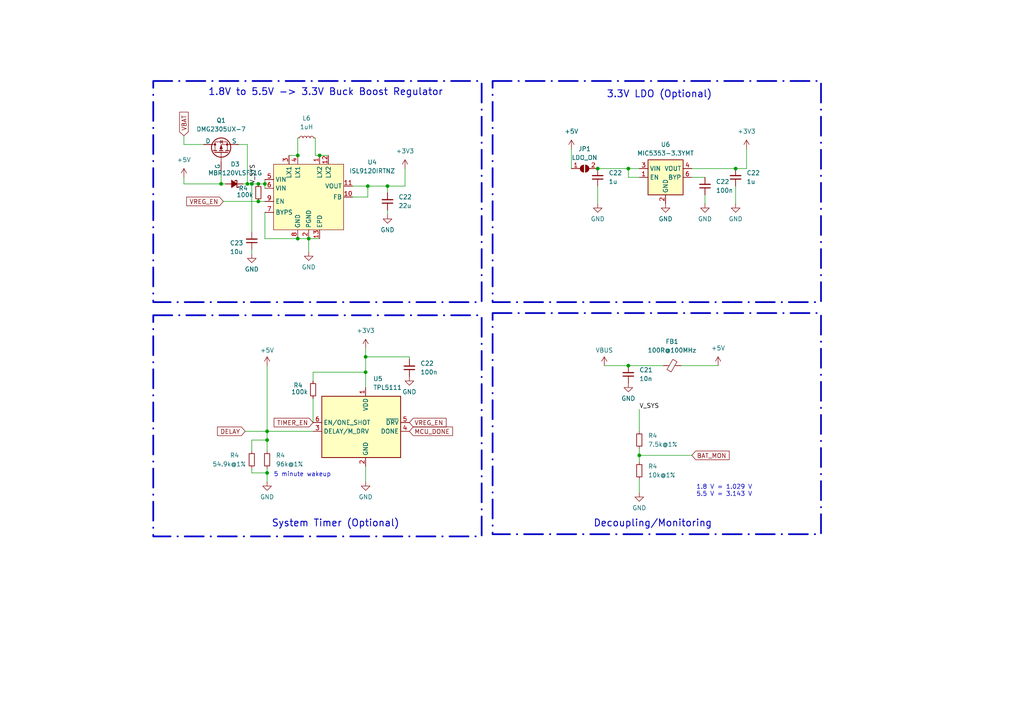
<source format=kicad_sch>
(kicad_sch (version 20230121) (generator eeschema)
  (paper "A4")
  (title_block (title "CC2652 Zigbee Coordinator/Breakout") (date "2023-12-29") (rev "v1") (company "Electrodonkey 2023") (comment 1 "MIT Licence"))
  (lib_symbols
    (symbol "Device:C_Small" (pin_numbers hide) (pin_names (offset 0.254) hide)
      (property "Reference" "C" (at 0.254 1.778 0))
      (property "Value" "C_Small" (at 0.254 -2.032 0))
      (symbol "C_Small_0_1"
        (polyline (pts (xy -1.524 -0.508) (xy 1.524 -0.508)) (stroke (width 0.3302)))
        (polyline (pts (xy -1.524 0.508) (xy 1.524 0.508)) (stroke (width 0.3048)))
      )
      (symbol "C_Small_1_1"
        (pin passive line (at 0 2.54 270) (length 2.032) (name "~") (number "1"))
        (pin passive line (at 0 -2.54 90) (length 2.032) (name "~") (number "2"))
      )
    )
    (symbol "Device:D_Schottky_Small_Filled" (pin_numbers hide) (pin_names (offset 0.254) hide)
      (property "Reference" "D" (at -1.27 2.032 0))
      (property "Value" "D_Schottky_Small_Filled" (at -7.112 -2.032 0))
      (symbol "D_Schottky_Small_Filled_0_1"
        (polyline (pts (xy -0.762 0) (xy 0.762 0)))
        (polyline (pts (xy 0.762 -1.016) (xy -0.762 0) (xy 0.762 1.016) (xy 0.762 -1.016)) (stroke (width 0.254)) (fill (type outline)))
        (polyline (pts (xy -1.27 0.762) (xy -1.27 1.016) (xy -0.762 1.016) (xy -0.762 -1.016) (xy -0.254 -1.016) (xy -0.254 -0.762)) (stroke (width 0.254)))
      )
      (symbol "D_Schottky_Small_Filled_1_1"
        (pin passive line (at -2.54 0 0) (length 1.778) (name "K") (number "1"))
        (pin passive line (at 2.54 0 180) (length 1.778) (name "A") (number "2"))
      )
    )
    (symbol "Device:FerriteBead_Small" (pin_numbers hide) (pin_names (offset 0))
      (property "Reference" "FB" (at 1.905 1.27 0))
      (property "Value" "FerriteBead_Small" (at 1.905 -1.27 0))
      (symbol "FerriteBead_Small_0_1"
        (polyline (pts (xy 0 -1.27) (xy 0 -0.7874)))
        (polyline (pts (xy 0 0.889) (xy 0 1.2954)))
        (polyline (pts (xy -1.8288 0.2794) (xy -1.1176 1.4986) (xy 1.8288 -0.2032) (xy 1.1176 -1.4224) (xy -1.8288 0.2794)))
      )
      (symbol "FerriteBead_Small_1_1"
        (pin passive line (at 0 2.54 270) (length 1.27) (name "~") (number "1"))
        (pin passive line (at 0 -2.54 90) (length 1.27) (name "~") (number "2"))
      )
    )
    (symbol "Device:L_Small" (pin_numbers hide) (pin_names (offset 0.254) hide)
      (property "Reference" "L" (at 0.762 1.016 0))
      (property "Value" "L_Small" (at 0.762 -1.016 0))
      (symbol "L_Small_0_1"
        (arc (start 0 -2.032) (mid 0.5058 -1.524) (end 0 -1.016))
        (arc (start 0 -1.016) (mid 0.5058 -0.508) (end 0 0))
        (arc (start 0 0) (mid 0.5058 0.508) (end 0 1.016))
        (arc (start 0 1.016) (mid 0.5058 1.524) (end 0 2.032))
      )
      (symbol "L_Small_1_1"
        (pin passive line (at 0 2.54 270) (length 0.508) (name "~") (number "1"))
        (pin passive line (at 0 -2.54 90) (length 0.508) (name "~") (number "2"))
      )
    )
    (symbol "Device:R_Small" (pin_numbers hide) (pin_names (offset 0.254) hide)
      (property "Reference" "R" (at 0.762 0.508 0))
      (property "Value" "R_Small" (at 0.762 -1.016 0))
      (symbol "R_Small_0_1"
        (rectangle (start -0.762 1.778) (end 0.762 -1.778) (stroke (width 0.2032)))
      )
      (symbol "R_Small_1_1"
        (pin passive line (at 0 2.54 270) (length 0.762) (name "~") (number "1"))
        (pin passive line (at 0 -2.54 90) (length 0.762) (name "~") (number "2"))
      )
    )
    (symbol "Jumper:SolderJumper_2_Open" (pin_names (offset 0) hide)
      (property "Reference" "JP" (at 0 2.032 0))
      (property "Value" "SolderJumper_2_Open" (at 0 -2.54 0))
      (symbol "SolderJumper_2_Open_0_1"
        (arc (start -0.254 1.016) (mid -1.2656 0) (end -0.254 -1.016))
        (arc (start -0.254 1.016) (mid -1.2656 0) (end -0.254 -1.016) (fill (type outline)))
        (polyline (pts (xy -0.254 1.016) (xy -0.254 -1.016)))
        (polyline (pts (xy 0.254 1.016) (xy 0.254 -1.016)))
        (arc (start 0.254 -1.016) (mid 1.2656 0) (end 0.254 1.016))
        (arc (start 0.254 -1.016) (mid 1.2656 0) (end 0.254 1.016) (fill (type outline)))
      )
      (symbol "SolderJumper_2_Open_1_1"
        (pin passive line (at -3.81 0 0) (length 2.54) (name "A") (number "1"))
        (pin passive line (at 3.81 0 180) (length 2.54) (name "B") (number "2"))
      )
    )
    (symbol "Regulator_Linear:MIC5353-3.3YMT"
      (property "Reference" "U" (at -3.81 6.35 0))
      (property "Value" "MIC5353-3.3YMT" (at 8.89 6.35 0))
      (symbol "MIC5353-3.3YMT_0_1"
        (rectangle (start -5.08 -5.08) (end 5.08 5.08) (stroke (width 0.254)) (fill (type background)))
        (pin input line (at -7.62 0 0) (length 2.54) (name "EN") (number "1"))
        (pin power_in line (at 0 -7.62 90) (length 2.54) (name "GND") (number "2"))
        (pin power_in line (at -7.62 2.54 0) (length 2.54) (name "VIN") (number "3"))
        (pin power_out line (at 7.62 2.54 180) (length 2.54) (name "VOUT") (number "4"))
        (pin no_connect line (at 5.08 -2.54 180) (length 2.54) hide (name "NC") (number "5"))
        (pin passive line (at 7.62 0 180) (length 2.54) (name "BYP") (number "6"))
        (pin passive line (at 0 -7.62 90) (length 2.54) hide (name "GND") (number "7"))
      )
    )
    (symbol "Simulation_SPICE:PMOS" (pin_numbers hide) (pin_names (offset 0))
      (property "Reference" "Q" (at 5.08 1.27 0))
      (property "Value" "PMOS" (at 5.08 -1.27 0))
      (symbol "PMOS_0_1"
        (polyline (pts (xy 0.254 0) (xy -2.54 0)))
        (polyline (pts (xy 0.254 1.905) (xy 0.254 -1.905)) (stroke (width 0.254)))
        (polyline (pts (xy 0.762 -1.27) (xy 0.762 -2.286)) (stroke (width 0.254)))
        (polyline (pts (xy 0.762 0.508) (xy 0.762 -0.508)) (stroke (width 0.254)))
        (polyline (pts (xy 0.762 2.286) (xy 0.762 1.27)) (stroke (width 0.254)))
        (polyline (pts (xy 2.54 2.54) (xy 2.54 1.778)))
        (polyline (pts (xy 2.54 -2.54) (xy 2.54 0) (xy 0.762 0)))
        (polyline (pts (xy 0.762 1.778) (xy 3.302 1.778) (xy 3.302 -1.778) (xy 0.762 -1.778)))
        (polyline (pts (xy 2.286 0) (xy 1.27 0.381) (xy 1.27 -0.381) (xy 2.286 0)) (fill (type outline)))
        (polyline (pts (xy 2.794 -0.508) (xy 2.921 -0.381) (xy 3.683 -0.381) (xy 3.81 -0.254)))
        (polyline (pts (xy 3.302 -0.381) (xy 2.921 0.254) (xy 3.683 0.254) (xy 3.302 -0.381)))
        (circle (center 1.651 0) (radius 2.794) (stroke (width 0.254)))
        (circle (center 2.54 -1.778) (radius 0.254) (fill (type outline)))
        (circle (center 2.54 1.778) (radius 0.254) (fill (type outline)))
      )
      (symbol "PMOS_1_1"
        (pin passive line (at 2.54 5.08 270) (length 2.54) (name "D") (number "1"))
        (pin input line (at -5.08 0 0) (length 2.54) (name "G") (number "2"))
        (pin passive line (at 2.54 -5.08 90) (length 2.54) (name "S") (number "3"))
      )
    )
    (symbol "Timer:TPL5111"
      (property "Reference" "U" (at -11.43 11.43 0))
      (property "Value" "TPL5111" (at 6.35 11.43 0))
      (symbol "TPL5111_0_1"
        (rectangle (start -12.7 10.16) (end 10.16 -7.62) (stroke (width 0.254)) (fill (type background)))
      )
      (symbol "TPL5111_1_1"
        (pin power_in line (at 0 12.7 270) (length 2.54) (name "VDD") (number "1"))
        (pin power_in line (at 0 -10.16 90) (length 2.54) (name "GND") (number "2"))
        (pin input line (at -15.24 0 0) (length 2.54) (name "DELAY/M_DRV") (number "3"))
        (pin input line (at 12.7 0 180) (length 2.54) (name "DONE") (number "4"))
        (pin output line (at 12.7 2.54 180) (length 2.54) (name "~{DRV}") (number "5"))
        (pin input line (at -15.24 2.54 0) (length 2.54) (name "EN/ONE_SHOT") (number "6"))
      )
    )
    (symbol "power:+3V3" (power) (pin_names (offset 0))
      (property "Value" "+3V3" (at 0 3.556 0))
      (symbol "+3V3_0_1"
        (polyline (pts (xy -0.762 1.27) (xy 0 2.54)))
        (polyline (pts (xy 0 0) (xy 0 2.54)))
        (polyline (pts (xy 0 2.54) (xy 0.762 1.27)))
      )
      (symbol "+3V3_1_1"
        (pin power_in line (at 0 0 90) (length 0) hide (name "+3V3") (number "1"))
      )
    )
    (symbol "power:+5V" (power) (pin_names (offset 0))
      (property "Value" "+5V" (at 0 3.556 0))
      (symbol "+5V_0_1"
        (polyline (pts (xy -0.762 1.27) (xy 0 2.54)))
        (polyline (pts (xy 0 0) (xy 0 2.54)))
        (polyline (pts (xy 0 2.54) (xy 0.762 1.27)))
      )
      (symbol "+5V_1_1"
        (pin power_in line (at 0 0 90) (length 0) hide (name "+5V") (number "1"))
      )
    )
    (symbol "power:GND" (power) (pin_names (offset 0))
      (property "Value" "GND" (at 0 -3.81 0))
      (symbol "GND_0_1"
        (polyline (pts (xy 0 0) (xy 0 -1.27) (xy 1.27 -1.27) (xy 0 -2.54) (xy -1.27 -1.27) (xy 0 -1.27)))
      )
      (symbol "GND_1_1"
        (pin power_in line (at 0 0 270) (length 0) hide (name "GND") (number "1"))
      )
    )
    (symbol "power:VBUS" (power) (pin_names (offset 0))
      (property "Value" "VBUS" (at 0 3.81 0))
      (symbol "VBUS_0_1"
        (polyline (pts (xy -0.762 1.27) (xy 0 2.54)))
        (polyline (pts (xy 0 0) (xy 0 2.54)))
        (polyline (pts (xy 0 2.54) (xy 0.762 1.27)))
      )
      (symbol "VBUS_1_1"
        (pin power_in line (at 0 0 90) (length 0) hide (name "VBUS") (number "1"))
      )
    )
    (symbol "zigbee_coordinator:isl9120irtnz"
      (property "Reference" "U" (at 6.35 -10.795 0))
      (property "Value" "ISL9120IRTNZ" (at -15.24 11.43 0))
      (symbol "isl9120irtnz_1_0"
        (pin unspecified line (at 3.175 12.065 270) (length 2.54) (name "LX2") (number "1"))
        (pin unspecified line (at 12.7 0 180) (length 2.54) (name "FB") (number "10"))
        (pin unspecified line (at 12.7 3.175 180) (length 2.54) (name "VOUT") (number "11"))
        (pin unspecified line (at 5.715 12.065 270) (length 2.54) (name "LX2") (number "12"))
        (pin unspecified line (at 3.175 -12.065 90) (length 2.54) (name "EPD") (number "13"))
        (pin unspecified line (at 0 -12.065 90) (length 2.54) (name "PGND") (number "2"))
        (pin unspecified line (at -5.715 12.065 270) (length 2.54) (name "LX1") (number "3"))
        (pin unspecified line (at -3.175 12.065 270) (length 2.54) (name "LX1") (number "4"))
        (pin unspecified line (at -12.7 5.08 0) (length 2.54) (name "VIN") (number "5"))
        (pin unspecified line (at -12.7 2.54 0) (length 2.54) (name "VIN") (number "6"))
        (pin unspecified line (at -12.7 -4.445 0) (length 2.54) (name "BYPS") (number "7"))
        (pin unspecified line (at -3.175 -12.065 90) (length 2.54) (name "GND") (number "8"))
        (pin unspecified line (at -12.7 -1.27 0) (length 2.54) (name "EN") (number "9"))
      )
      (symbol "isl9120irtnz_1_1"
        (rectangle (start -10.16 9.525) (end 10.16 -9.525) (fill (type background)))
      )
    )
  )
  (junction (at 74.93 53.34))
  (junction (at 89.535 69.215))
  (junction (at 182.245 106.045))
  (junction (at 86.36 69.215))
  (junction (at 185.42 132.08))
  (junction (at 73.025 53.34))
  (junction (at 64.135 53.34))
  (junction (at 76.835 53.34))
  (junction (at 86.36 45.085))
  (junction (at 112.395 53.975))
  (junction (at 77.47 125.095))
  (junction (at 106.045 107.95))
  (junction (at 71.755 53.34))
  (junction (at 74.93 58.42))
  (junction (at 173.355 48.895))
  (junction (at 77.47 137.16))
  (junction (at 92.71 45.085))
  (junction (at 106.045 103.505))
  (junction (at 106.68 53.975))
  (junction (at 77.47 127.635))
  (junction (at 182.245 48.895))
  (junction (at 213.36 48.895))
  (wire (pts (xy 185.42 132.08) (xy 185.42 133.985)))
  (wire (pts (xy 89.535 69.215) (xy 89.535 73.025)))
  (wire (pts (xy 197.485 106.045) (xy 208.28 106.045)))
  (wire (pts (xy 76.835 61.595) (xy 76.835 69.215)))
  (wire (pts (xy 71.755 53.34) (xy 73.025 53.34)))
  (wire (pts (xy 73.025 53.34) (xy 74.93 53.34)))
  (wire (pts (xy 77.47 106.045) (xy 77.47 125.095)))
  (wire (pts (xy 118.745 103.505) (xy 118.745 104.14)))
  (wire (pts (xy 73.025 67.31) (xy 73.025 53.34)))
  (wire (pts (xy 182.245 51.435) (xy 182.245 48.895)))
  (wire (pts (xy 182.245 48.895) (xy 185.42 48.895)))
  (wire (pts (xy 185.42 118.745) (xy 185.42 125.095)))
  (wire (pts (xy 77.47 130.81) (xy 77.47 127.635)))
  (wire (pts (xy 90.805 115.57) (xy 90.805 122.555)))
  (wire (pts (xy 76.835 53.34) (xy 76.835 54.61)))
  (wire (pts (xy 73.025 127.635) (xy 77.47 127.635)))
  (wire (pts (xy 117.475 48.895) (xy 117.475 53.975)))
  (wire (pts (xy 86.36 45.085) (xy 86.36 40.005)))
  (wire (pts (xy 106.68 57.15) (xy 106.68 53.975)))
  (wire (pts (xy 185.42 132.08) (xy 200.66 132.08)))
  (wire (pts (xy 102.235 53.975) (xy 106.68 53.975)))
  (wire (pts (xy 77.47 137.16) (xy 77.47 139.7)))
  (wire (pts (xy 73.025 72.39) (xy 73.025 73.66)))
  (wire (pts (xy 106.045 107.95) (xy 106.045 112.395)))
  (wire (pts (xy 74.93 58.42) (xy 76.835 58.42)))
  (wire (pts (xy 77.47 125.095) (xy 90.805 125.095)))
  (wire (pts (xy 175.26 106.045) (xy 182.245 106.045)))
  (wire (pts (xy 173.355 53.975) (xy 173.355 59.055)))
  (wire (pts (xy 185.42 51.435) (xy 182.245 51.435)))
  (wire (pts (xy 112.395 53.975) (xy 117.475 53.975)))
  (wire (pts (xy 70.485 53.34) (xy 71.755 53.34)))
  (wire (pts (xy 86.36 69.215) (xy 89.535 69.215)))
  (wire (pts (xy 76.835 69.215) (xy 86.36 69.215)))
  (wire (pts (xy 53.34 39.37) (xy 53.34 41.91)))
  (wire (pts (xy 204.47 56.515) (xy 204.47 59.055)))
  (wire (pts (xy 112.395 53.975) (xy 112.395 55.88)))
  (wire (pts (xy 53.34 53.34) (xy 64.135 53.34)))
  (wire (pts (xy 53.34 41.91) (xy 59.055 41.91)))
  (wire (pts (xy 106.045 135.255) (xy 106.045 139.7)))
  (wire (pts (xy 213.36 53.975) (xy 213.36 59.055)))
  (wire (pts (xy 73.025 135.89) (xy 73.025 137.16)))
  (wire (pts (xy 69.215 41.91) (xy 71.755 41.91)))
  (wire (pts (xy 71.755 41.91) (xy 71.755 53.34)))
  (wire (pts (xy 89.535 69.215) (xy 92.71 69.215)))
  (wire (pts (xy 77.47 135.89) (xy 77.47 137.16)))
  (wire (pts (xy 106.68 53.975) (xy 112.395 53.975)))
  (wire (pts (xy 200.66 51.435) (xy 204.47 51.435)))
  (wire (pts (xy 106.045 100.965) (xy 106.045 103.505)))
  (wire (pts (xy 106.045 103.505) (xy 118.745 103.505)))
  (wire (pts (xy 76.835 52.07) (xy 76.835 53.34)))
  (wire (pts (xy 200.66 48.895) (xy 213.36 48.895)))
  (wire (pts (xy 73.025 137.16) (xy 77.47 137.16)))
  (wire (pts (xy 185.42 130.175) (xy 185.42 132.08)))
  (wire (pts (xy 216.535 43.18) (xy 216.535 48.895)))
  (wire (pts (xy 102.235 57.15) (xy 106.68 57.15)))
  (wire (pts (xy 90.805 107.95) (xy 106.045 107.95)))
  (wire (pts (xy 90.805 107.95) (xy 90.805 110.49)))
  (wire (pts (xy 73.025 130.81) (xy 73.025 127.635)))
  (wire (pts (xy 64.135 53.34) (xy 65.405 53.34)))
  (wire (pts (xy 74.93 53.34) (xy 76.835 53.34)))
  (wire (pts (xy 83.82 45.085) (xy 86.36 45.085)))
  (wire (pts (xy 71.12 125.095) (xy 77.47 125.095)))
  (wire (pts (xy 64.135 49.53) (xy 64.135 53.34)))
  (wire (pts (xy 165.735 43.18) (xy 165.735 48.895)))
  (wire (pts (xy 106.045 103.505) (xy 106.045 107.95)))
  (wire (pts (xy 92.71 45.085) (xy 95.25 45.085)))
  (wire (pts (xy 182.245 106.045) (xy 192.405 106.045)))
  (wire (pts (xy 91.44 40.005) (xy 91.44 45.085)))
  (wire (pts (xy 185.42 139.065) (xy 185.42 142.875)))
  (wire (pts (xy 112.395 60.96) (xy 112.395 62.23)))
  (wire (pts (xy 53.34 51.435) (xy 53.34 53.34)))
  (wire (pts (xy 64.77 58.42) (xy 74.93 58.42)))
  (wire (pts (xy 77.47 127.635) (xy 77.47 125.095)))
  (wire (pts (xy 91.44 45.085) (xy 92.71 45.085)))
  (wire (pts (xy 173.355 48.895) (xy 182.245 48.895)))
  (wire (pts (xy 213.36 48.895) (xy 216.535 48.895)))
  (rectangle (start 44.45 23.495) (end 139.7 87.63) (stroke (width 0.5) (type dash_dot)))
  (rectangle (start 44.45 91.44) (end 139.7 155.575) (stroke (width 0.5) (type dash_dot)))
  (rectangle (start 142.875 90.805) (end 238.125 154.94) (stroke (width 0.5) (type dash_dot)))
  (rectangle (start 142.875 23.495) (end 238.125 87.63) (stroke (width 0.5) (type dash_dot)))
  (text "1.8V to 5.5V -> 3.3V Buck Boost Regulator" (at 60.325 27.94 0) (effects (font (size 2 2) (thickness 0.254) bold) (justify left bottom)))
  (text "Decoupling/Monitoring" (at 172.085 153.035 0) (effects (font (size 2 2) (thickness 0.254) bold) (justify left bottom)))
  (text "3.3V LDO (Optional)" (at 175.895 28.575 0) (effects (font (size 2 2) (thickness 0.254) bold) (justify left bottom)))
  (text "5 minute wakeup" (at 79.375 138.43 0) (effects (font (size 1.27 1.27)) (justify left bottom)))
  (text "1.8 V = 1.029 V\n5.5 V = 3.143 V" (at 201.93 144.145 0) (effects (font (size 1.27 1.27)) (justify left bottom)))
  (text "System Timer (Optional)" (at 78.74 153.035 0) (effects (font (size 2 2) (thickness 0.254) bold) (justify left bottom)))
  (label "V_SYS" (at 74.295 53.34 90))
  (label "V_SYS" (at 185.42 118.745 0))
  (global_label "VREG_EN" (shape input) (at 64.77 58.42 180) (property "Intersheetrefs" "${INTERSHEET_REFS}" (effects hide)))
  (global_label "MCU_DONE" (shape input) (at 118.745 125.095 0) (property "Intersheetrefs" "${INTERSHEET_REFS}" (effects hide)))
  (global_label "VBAT" (shape input) (at 53.34 39.37 90) (property "Intersheetrefs" "${INTERSHEET_REFS}" (effects hide)))
  (global_label "TIMER_EN" (shape input) (at 90.805 122.555 180) (property "Intersheetrefs" "${INTERSHEET_REFS}" (effects hide)))
  (global_label "VREG_EN" (shape input) (at 118.745 122.555 0) (property "Intersheetrefs" "${INTERSHEET_REFS}" (effects hide)))
  (global_label "DELAY" (shape input) (at 71.12 125.095 180) (property "Intersheetrefs" "${INTERSHEET_REFS}" (effects hide)))
  (global_label "BAT_MON" (shape input) (at 200.66 132.08 0) (property "Intersheetrefs" "${INTERSHEET_REFS}" (effects hide)))
  (symbol (lib_id "Device:R_Small") (at 77.47 133.35 180) (unit 1)
    (property "Reference" "R4" (at 80.01 132.08 0) (effects (justify right)))
    (property "Value" "96k@1%" (at 80.01 134.62 0) (effects (justify right)))
    (property "Footprint" "Resistor_SMD:R_0402_1005Metric_Pad0.72x0.64mm_HandSolder" (effects hide))
    (instances (project "zigbee_coordinator" (path "" (reference "R4") (unit 1)) (path "" (reference "R10") (unit 1)) (path "" (reference "R12") (unit 1))))
  )
  (symbol (lib_id "zigbee_coordinator:isl9120irtnz") (at 89.535 57.15 0) (unit 1)
    (property "Reference" "U4" (at 107.95 47.0469 0))
    (property "Value" "ISL9120IRTNZ" (at 107.95 49.5869 0))
    (property "Footprint" "zigbee_coordinator:QFN-12_EP_3x3_Pitch0.5mm" (effects hide))
    (property "Datasheet" "https://ro.mouser.com/datasheet/2/698/REN_isl9120ir_DST_20050421-1998698.pdf" (effects hide))
  )
  (symbol (lib_id "power:GND") (at 213.36 59.055 0) (unit 1)
    (property "Reference" "#PWR028" (effects hide))
    (property "Value" "GND" (at 213.36 63.5 0))
    (instances (project "zigbee_coordinator" (path "" (reference "#PWR028") (unit 1)) (path "" (reference "#PWR017") (unit 1)) (path "" (reference "#PWR038") (unit 1))))
  )
  (symbol (lib_id "Device:C_Small") (at 204.47 53.975 180) (unit 1)
    (property "Reference" "C22" (at 207.645 52.6986 0) (effects (justify right)))
    (property "Value" "100n" (at 207.645 55.2386 0) (effects (justify right)))
    (property "Footprint" "Capacitor_SMD:C_0402_1005Metric_Pad0.74x0.62mm_HandSolder" (effects hide))
    (instances (project "zigbee_coordinator" (path "" (reference "C22") (unit 1)) (path "" (reference "C27") (unit 1))))
  )
  (symbol (lib_id "Device:C_Small") (at 182.245 108.585 180) (unit 1)
    (property "Reference" "C21" (at 185.42 107.3086 0) (effects (justify right)))
    (property "Value" "10n" (at 185.42 109.8486 0) (effects (justify right)))
    (property "Footprint" "Capacitor_SMD:C_0402_1005Metric_Pad0.74x0.62mm_HandSolder" (effects hide))
  )
  (symbol (lib_id "Simulation_SPICE:PMOS") (at 64.135 44.45 90) (unit 1)
    (property "Reference" "Q1" (at 64.135 34.925 90))
    (property "Value" "DMG2305UX-7" (at 64.135 37.465 90))
    (property "Footprint" "Package_TO_SOT_SMD:SOT-23-3" (effects hide))
    (property "Datasheet" "https://www.diodes.com/assets/Datasheets/DMG2305UX.pdf" (effects hide))
    (property "Sim.Device" "PMOS" (effects hide))
    (property "Sim.Type" "VDMOS" (effects hide))
    (property "Sim.Pins" "1=D 2=G 3=S" (effects hide))
  )
  (symbol (lib_id "Device:R_Small") (at 74.93 55.88 180) (unit 1)
    (property "Reference" "R4" (at 69.215 54.61 0) (effects (justify right)))
    (property "Value" "100k" (at 68.58 56.515 0) (effects (justify right)))
    (property "Footprint" "Resistor_SMD:R_0402_1005Metric_Pad0.72x0.64mm_HandSolder" (effects hide))
    (instances (project "zigbee_coordinator" (path "" (reference "R4") (unit 1)) (path "" (reference "R10") (unit 1)) (path "" (reference "R14") (unit 1))))
  )
  (symbol (lib_id "power:GND") (at 106.045 139.7 0) (unit 1)
    (property "Reference" "#PWR031" (effects hide))
    (property "Value" "GND" (at 106.045 144.145 0))
    (instances (project "zigbee_coordinator" (path "" (reference "#PWR031") (unit 1)) (path "" (reference "#PWR037") (unit 1))))
  )
  (symbol (lib_id "power:+5V") (at 77.47 106.045 0) (unit 1)
    (property "Reference" "#PWR040" (effects hide))
    (property "Value" "+5V" (at 77.47 101.6 0))
  )
  (symbol (lib_id "Device:D_Schottky_Small_Filled") (at 67.945 53.34 180) (unit 1)
    (property "Reference" "D3" (at 68.199 47.625 0))
    (property "Value" "MBR120VLSFT1G" (at 68.199 50.165 0))
    (property "Footprint" "Diode_SMD:D_SOD-123F" (effects hide))
  )
  (symbol (lib_id "Regulator_Linear:MIC5353-3.3YMT") (at 193.04 51.435 0) (unit 1)
    (property "Reference" "U6" (at 193.04 41.91 0))
    (property "Value" "MIC5353-3.3YMT" (at 193.04 44.45 0))
    (property "Footprint" "Package_DFN_QFN:MLF-6-1EP_1.6x1.6mm_P0.5mm_EP0.5x1.26mm" (effects hide))
    (property "Datasheet" "http://ww1.microchip.com/downloads/en/DeviceDoc/mic5353.pdf" (effects hide))
  )
  (symbol (lib_id "Device:C_Small") (at 173.355 51.435 180) (unit 1)
    (property "Reference" "C22" (at 176.53 50.1586 0) (effects (justify right)))
    (property "Value" "1u" (at 176.53 52.6986 0) (effects (justify right)))
    (property "Footprint" "Capacitor_SMD:C_0402_1005Metric_Pad0.74x0.62mm_HandSolder" (effects hide))
    (instances (project "zigbee_coordinator" (path "" (reference "C22") (unit 1)) (path "" (reference "C25") (unit 1))))
  )
  (symbol (lib_id "power:GND") (at 89.535 73.025 0) (unit 1)
    (property "Reference" "#PWR031" (effects hide))
    (property "Value" "GND" (at 89.535 77.47 0))
    (instances (project "zigbee_coordinator" (path "" (reference "#PWR031") (unit 1)) (path "" (reference "#PWR034") (unit 1))))
  )
  (symbol (lib_id "power:GND") (at 118.745 109.22 0) (unit 1)
    (property "Reference" "#PWR031" (effects hide))
    (property "Value" "GND" (at 118.745 113.665 0))
    (instances (project "zigbee_coordinator" (path "" (reference "#PWR031") (unit 1)) (path "" (reference "#PWR041") (unit 1))))
  )
  (symbol (lib_id "power:VBUS") (at 175.26 106.045 0) (unit 1)
    (property "Reference" "#PWR027" (effects hide))
    (property "Value" "VBUS" (at 175.26 101.6 0))
    (instances (project "zigbee_coordinator" (path "" (reference "#PWR027") (unit 1)) (path "" (reference "#PWR014") (unit 1)) (path "" (reference "#PWR014") (unit 1))))
  )
  (symbol (lib_id "Device:L_Small") (at 88.9 40.005 90) (unit 1)
    (property "Reference" "L6" (at 88.9 34.29 90))
    (property "Value" "1uH" (at 88.9 36.83 90))
    (property "Footprint" "Inductor_SMD:L_0402_1005Metric_Pad0.77x0.64mm_HandSolder" (effects hide))
  )
  (symbol (lib_id "power:+5V") (at 208.28 106.045 0) (unit 1)
    (property "Reference" "#PWR026" (effects hide))
    (property "Value" "+5V" (at 208.28 100.965 0))
    (instances (project "zigbee_coordinator" (path "" (reference "#PWR026") (unit 1)) (path "" (reference "#PWR015") (unit 1)) (path "" (reference "#PWR015") (unit 1))))
  )
  (symbol (lib_id "Device:C_Small") (at 118.745 106.68 180) (unit 1)
    (property "Reference" "C22" (at 121.92 105.4036 0) (effects (justify right)))
    (property "Value" "100n" (at 121.92 107.9436 0) (effects (justify right)))
    (property "Footprint" "Capacitor_SMD:C_0402_1005Metric_Pad0.74x0.62mm_HandSolder" (effects hide))
    (instances (project "zigbee_coordinator" (path "" (reference "C22") (unit 1)) (path "" (reference "C24") (unit 1))))
  )
  (symbol (lib_id "power:+3V3") (at 216.535 43.18 0) (unit 1)
    (property "Reference" "#PWR046" (effects hide))
    (property "Value" "+3V3" (at 216.535 38.1 0))
  )
  (symbol (lib_id "power:GND") (at 182.245 111.125 0) (unit 1)
    (property "Reference" "#PWR028" (effects hide))
    (property "Value" "GND" (at 182.245 115.57 0))
    (instances (project "zigbee_coordinator" (path "" (reference "#PWR028") (unit 1)) (path "" (reference "#PWR017") (unit 1)) (path "" (reference "#PWR017") (unit 1))))
  )
  (symbol (lib_id "power:GND") (at 185.42 142.875 0) (unit 1)
    (property "Reference" "#PWR028" (effects hide))
    (property "Value" "GND" (at 185.42 147.32 0))
    (instances (project "zigbee_coordinator" (path "" (reference "#PWR028") (unit 1)) (path "" (reference "#PWR017") (unit 1)) (path "" (reference "#PWR047") (unit 1))))
  )
  (symbol (lib_id "Device:R_Small") (at 90.805 113.03 180) (unit 1)
    (property "Reference" "R4" (at 85.09 111.76 0) (effects (justify right)))
    (property "Value" "100k" (at 84.455 113.665 0) (effects (justify right)))
    (property "Footprint" "Resistor_SMD:R_0402_1005Metric_Pad0.72x0.64mm_HandSolder" (effects hide))
    (instances (project "zigbee_coordinator" (path "" (reference "R4") (unit 1)) (path "" (reference "R10") (unit 1)) (path "" (reference "R17") (unit 1))))
  )
  (symbol (lib_id "Device:R_Small") (at 185.42 136.525 180) (unit 1)
    (property "Reference" "R4" (at 187.96 135.255 0) (effects (justify right)))
    (property "Value" "10k@1%" (at 187.96 137.795 0) (effects (justify right)))
    (property "Footprint" "Resistor_SMD:R_0402_1005Metric_Pad0.72x0.64mm_HandSolder" (effects hide))
    (instances (project "zigbee_coordinator" (path "" (reference "R4") (unit 1)) (path "" (reference "R10") (unit 1)) (path "" (reference "R16") (unit 1))))
  )
  (symbol (lib_id "power:+5V") (at 53.34 51.435 0) (unit 1)
    (property "Reference" "#PWR030" (effects hide))
    (property "Value" "+5V" (at 53.34 46.355 0))
    (instances (project "zigbee_coordinator" (path "" (reference "#PWR030") (unit 1)) (path "" (reference "#PWR031") (unit 1))))
  )
  (symbol (lib_id "power:GND") (at 204.47 59.055 0) (unit 1)
    (property "Reference" "#PWR028" (effects hide))
    (property "Value" "GND" (at 204.47 63.5 0))
    (instances (project "zigbee_coordinator" (path "" (reference "#PWR028") (unit 1)) (path "" (reference "#PWR017") (unit 1)) (path "" (reference "#PWR042") (unit 1))))
  )
  (symbol (lib_id "power:GND") (at 173.355 59.055 0) (unit 1)
    (property "Reference" "#PWR028" (effects hide))
    (property "Value" "GND" (at 173.355 63.5 0))
    (instances (project "zigbee_coordinator" (path "" (reference "#PWR028") (unit 1)) (path "" (reference "#PWR017") (unit 1)) (path "" (reference "#PWR044") (unit 1))))
  )
  (symbol (lib_id "Jumper:SolderJumper_2_Open") (at 169.545 48.895 0) (unit 1)
    (property "Reference" "JP1" (at 169.545 43.18 0))
    (property "Value" "LDO_ON" (at 169.545 45.72 0))
    (property "Footprint" "Jumper:SolderJumper-2_P1.3mm_Open_RoundedPad1.0x1.5mm" (effects hide))
  )
  (symbol (lib_id "power:GND") (at 193.04 59.055 0) (unit 1)
    (property "Reference" "#PWR028" (effects hide))
    (property "Value" "GND" (at 193.04 63.5 0))
    (instances (project "zigbee_coordinator" (path "" (reference "#PWR028") (unit 1)) (path "" (reference "#PWR017") (unit 1)) (path "" (reference "#PWR043") (unit 1))))
  )
  (symbol (lib_id "Device:C_Small") (at 112.395 58.42 180) (unit 1)
    (property "Reference" "C22" (at 115.57 57.1436 0) (effects (justify right)))
    (property "Value" "22u" (at 115.57 59.6836 0) (effects (justify right)))
    (property "Footprint" "Capacitor_SMD:C_0402_1005Metric_Pad0.74x0.62mm_HandSolder" (effects hide))
    (instances (project "zigbee_coordinator" (path "" (reference "C22") (unit 1)) (path "" (reference "C23") (unit 1))))
  )
  (symbol (lib_id "power:+3V3") (at 117.475 48.895 0) (unit 1)
    (property "Reference" "#PWR033" (effects hide))
    (property "Value" "+3V3" (at 117.475 43.815 0))
    (instances (project "zigbee_coordinator" (path "" (reference "#PWR033") (unit 1)) (path "" (reference "#PWR030") (unit 1))))
  )
  (symbol (lib_id "power:GND") (at 77.47 139.7 0) (unit 1)
    (property "Reference" "#PWR031" (effects hide))
    (property "Value" "GND" (at 77.47 144.145 0))
    (instances (project "zigbee_coordinator" (path "" (reference "#PWR031") (unit 1)) (path "" (reference "#PWR039") (unit 1))))
  )
  (symbol (lib_id "Device:C_Small") (at 213.36 51.435 180) (unit 1)
    (property "Reference" "C22" (at 216.535 50.1586 0) (effects (justify right)))
    (property "Value" "1u" (at 216.535 52.6986 0) (effects (justify right)))
    (property "Footprint" "Capacitor_SMD:C_0402_1005Metric_Pad0.74x0.62mm_HandSolder" (effects hide))
    (instances (project "zigbee_coordinator" (path "" (reference "C22") (unit 1)) (path "" (reference "C26") (unit 1))))
  )
  (symbol (lib_id "Timer:TPL5111") (at 106.045 125.095 0) (unit 1)
    (property "Reference" "U5" (at 108.2391 109.855 0) (effects (justify left)))
    (property "Value" "TPL5111" (at 108.2391 112.395 0) (effects (justify left)))
    (property "Footprint" "Package_TO_SOT_SMD:SOT-23-6" (effects hide))
    (property "Datasheet" "http://www.ti.com/lit/ds/symlink/tpl5111.pdf" (effects hide))
  )
  (symbol (lib_id "power:GND") (at 73.025 73.66 0) (unit 1)
    (property "Reference" "#PWR034" (effects hide))
    (property "Value" "GND" (at 73.025 78.105 0))
    (instances (project "zigbee_coordinator" (path "" (reference "#PWR034") (unit 1)) (path "" (reference "#PWR032") (unit 1))))
  )
  (symbol (lib_id "power:GND") (at 112.395 62.23 0) (unit 1)
    (property "Reference" "#PWR032" (effects hide))
    (property "Value" "GND" (at 112.395 66.675 0))
    (instances (project "zigbee_coordinator" (path "" (reference "#PWR032") (unit 1)) (path "" (reference "#PWR033") (unit 1))))
  )
  (symbol (lib_id "power:+3V3") (at 106.045 100.965 0) (unit 1)
    (property "Reference" "#PWR036" (effects hide))
    (property "Value" "+3V3" (at 106.045 95.885 0))
  )
  (symbol (lib_id "power:+5V") (at 165.735 43.18 0) (unit 1)
    (property "Reference" "#PWR045" (effects hide))
    (property "Value" "+5V" (at 165.735 38.1 0))
  )
  (symbol (lib_id "Device:C_Small") (at 73.025 69.85 180) (unit 1)
    (property "Reference" "C23" (at 66.675 70.485 0) (effects (justify right)))
    (property "Value" "10u" (at 66.675 73.025 0) (effects (justify right)))
    (property "Footprint" "Capacitor_SMD:C_0402_1005Metric_Pad0.74x0.62mm_HandSolder" (effects hide))
    (instances (project "zigbee_coordinator" (path "" (reference "C23") (unit 1)) (path "" (reference "C22") (unit 1))))
  )
  (symbol (lib_id "Device:FerriteBead_Small") (at 194.945 106.045 90) (unit 1)
    (property "Reference" "FB1" (at 194.9069 99.06 90))
    (property "Value" "100R@100MHz" (at 194.9069 101.6 90))
    (property "Footprint" "Inductor_SMD:L_0402_1005Metric_Pad0.77x0.64mm_HandSolder" (effects hide))
  )
  (symbol (lib_id "Device:R_Small") (at 185.42 127.635 180) (unit 1)
    (property "Reference" "R4" (at 187.96 126.365 0) (effects (justify right)))
    (property "Value" "7.5k@1%" (at 187.96 128.905 0) (effects (justify right)))
    (property "Footprint" "Resistor_SMD:R_0402_1005Metric_Pad0.72x0.64mm_HandSolder" (effects hide))
    (instances (project "zigbee_coordinator" (path "" (reference "R4") (unit 1)) (path "" (reference "R10") (unit 1)) (path "" (reference "R15") (unit 1))))
  )
  (symbol (lib_id "Device:R_Small") (at 73.025 133.35 180) (unit 1)
    (property "Reference" "R4" (at 66.675 132.08 0) (effects (justify right)))
    (property "Value" "54.9k@1%" (at 61.595 134.62 0) (effects (justify right)))
    (property "Footprint" "Resistor_SMD:R_0402_1005Metric_Pad0.72x0.64mm_HandSolder" (effects hide))
    (instances (project "zigbee_coordinator" (path "" (reference "R4") (unit 1)) (path "" (reference "R10") (unit 1)) (path "" (reference "R13") (unit 1))))
  )
)
</source>
